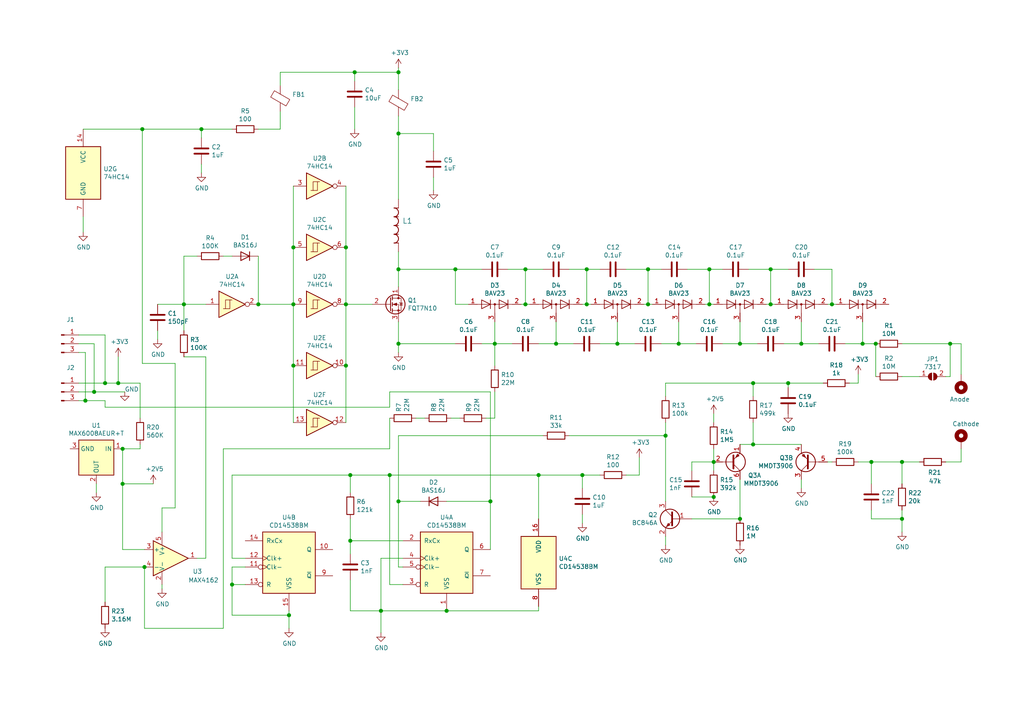
<source format=kicad_sch>
(kicad_sch (version 20201015) (generator eeschema)
  (paper "A4")
  (title_block (title "SafePulse") (date "2021-01-17") (rev "2.01") (company "SafeCast") (comment 1 "Double Sided Version"))
  (junction (at 24.765 116.205) (diameter 1.016))
  (junction (at 27.305 113.665) (diameter 1.016))
  (junction (at 30.48 111.125) (diameter 1.016))
  (junction (at 34.29 111.125) (diameter 1.016))
  (junction (at 35.56 130.175) (diameter 1.016))
  (junction (at 35.56 140.335) (diameter 1.016))
  (junction (at 41.275 37.465) (diameter 1.016))
  (junction (at 41.91 164.465) (diameter 1.016))
  (junction (at 53.34 88.265) (diameter 1.016))
  (junction (at 58.42 37.465) (diameter 1.016))
  (junction (at 67.31 169.545) (diameter 1.016))
  (junction (at 74.93 88.265) (diameter 1.016))
  (junction (at 83.82 178.435) (diameter 1.016))
  (junction (at 85.09 71.755) (diameter 1.016))
  (junction (at 85.09 88.265) (diameter 1.016))
  (junction (at 85.09 106.045) (diameter 1.016))
  (junction (at 100.33 71.755) (diameter 1.016))
  (junction (at 100.33 88.265) (diameter 1.016))
  (junction (at 100.33 106.045) (diameter 1.016))
  (junction (at 101.6 137.795) (diameter 1.016))
  (junction (at 101.6 156.845) (diameter 1.016))
  (junction (at 102.87 20.955) (diameter 1.016))
  (junction (at 110.49 177.165) (diameter 1.016))
  (junction (at 113.03 137.795) (diameter 1.016))
  (junction (at 115.57 20.955) (diameter 1.016))
  (junction (at 115.57 38.735) (diameter 1.016))
  (junction (at 115.57 78.105) (diameter 1.016))
  (junction (at 115.57 99.695) (diameter 1.016))
  (junction (at 115.57 145.415) (diameter 1.016))
  (junction (at 129.54 177.165) (diameter 1.016))
  (junction (at 132.08 78.105) (diameter 1.016))
  (junction (at 142.24 145.415) (diameter 1.016))
  (junction (at 143.51 99.695) (diameter 1.016))
  (junction (at 152.4 78.105) (diameter 1.016))
  (junction (at 152.4 88.265) (diameter 1.016))
  (junction (at 156.21 137.795) (diameter 1.016))
  (junction (at 161.29 99.695) (diameter 1.016))
  (junction (at 168.91 137.795) (diameter 1.016))
  (junction (at 170.18 78.105) (diameter 1.016))
  (junction (at 170.18 88.265) (diameter 1.016))
  (junction (at 179.07 99.695) (diameter 1.016))
  (junction (at 187.96 78.105) (diameter 1.016))
  (junction (at 187.96 88.265) (diameter 1.016))
  (junction (at 193.04 126.365) (diameter 1.016))
  (junction (at 196.85 99.695) (diameter 1.016))
  (junction (at 205.74 78.105) (diameter 1.016))
  (junction (at 205.74 88.265) (diameter 1.016))
  (junction (at 207.01 133.985) (diameter 1.016))
  (junction (at 207.01 144.145) (diameter 1.016))
  (junction (at 214.63 99.695) (diameter 1.016))
  (junction (at 214.63 150.495) (diameter 1.016))
  (junction (at 218.44 111.125) (diameter 1.016))
  (junction (at 218.44 128.905) (diameter 1.016))
  (junction (at 223.52 78.105) (diameter 1.016))
  (junction (at 223.52 88.265) (diameter 1.016))
  (junction (at 228.6 111.125) (diameter 1.016))
  (junction (at 232.41 99.695) (diameter 1.016))
  (junction (at 241.3 88.265) (diameter 1.016))
  (junction (at 250.19 99.695) (diameter 1.016))
  (junction (at 252.73 133.985) (diameter 1.016))
  (junction (at 254 99.695) (diameter 1.016))
  (junction (at 261.62 133.985) (diameter 1.016))
  (junction (at 261.62 150.495) (diameter 1.016))
  (junction (at 275.59 99.695) (diameter 1.016))
  (wire (pts (xy 22.86 97.155) (xy 30.48 97.155)))
  (wire (pts (xy 22.86 99.695) (xy 27.305 99.695)))
  (wire (pts (xy 22.86 102.235) (xy 24.765 102.235)))
  (wire (pts (xy 22.86 111.125) (xy 30.48 111.125)))
  (wire (pts (xy 22.86 113.665) (xy 27.305 113.665)))
  (wire (pts (xy 22.86 116.205) (xy 24.765 116.205)))
  (wire (pts (xy 24.13 37.465) (xy 41.275 37.465)))
  (wire (pts (xy 24.13 62.865) (xy 24.13 67.31)))
  (wire (pts (xy 24.765 102.235) (xy 24.765 116.205)))
  (wire (pts (xy 24.765 116.205) (xy 30.48 116.205)))
  (wire (pts (xy 27.305 99.695) (xy 27.305 113.665)))
  (wire (pts (xy 27.305 113.665) (xy 36.195 113.665)))
  (wire (pts (xy 27.94 142.875) (xy 27.94 140.335)))
  (wire (pts (xy 30.48 97.155) (xy 30.48 111.125)))
  (wire (pts (xy 30.48 111.125) (xy 34.29 111.125)))
  (wire (pts (xy 30.48 118.11) (xy 30.48 116.205)))
  (wire (pts (xy 30.48 118.11) (xy 113.03 118.11)))
  (wire (pts (xy 30.48 164.465) (xy 30.48 174.625)))
  (wire (pts (xy 34.29 103.505) (xy 34.29 111.125)))
  (wire (pts (xy 34.29 111.125) (xy 40.64 111.125)))
  (wire (pts (xy 35.56 130.175) (xy 35.56 140.335)))
  (wire (pts (xy 35.56 140.335) (xy 35.56 159.385)))
  (wire (pts (xy 40.64 111.125) (xy 40.64 121.285)))
  (wire (pts (xy 40.64 128.905) (xy 40.64 130.175)))
  (wire (pts (xy 40.64 130.175) (xy 35.56 130.175)))
  (wire (pts (xy 41.275 37.465) (xy 58.42 37.465)))
  (wire (pts (xy 41.275 105.41) (xy 41.275 37.465)))
  (wire (pts (xy 41.91 159.385) (xy 35.56 159.385)))
  (wire (pts (xy 41.91 164.465) (xy 30.48 164.465)))
  (wire (pts (xy 41.91 182.245) (xy 41.91 164.465)))
  (wire (pts (xy 44.45 140.335) (xy 35.56 140.335)))
  (wire (pts (xy 45.72 88.265) (xy 53.34 88.265)))
  (wire (pts (xy 45.72 95.885) (xy 45.72 98.425)))
  (wire (pts (xy 46.99 147.32) (xy 50.8 147.32)))
  (wire (pts (xy 46.99 154.305) (xy 46.99 147.32)))
  (wire (pts (xy 46.99 170.815) (xy 46.99 169.545)))
  (wire (pts (xy 50.8 105.41) (xy 41.275 105.41)))
  (wire (pts (xy 50.8 147.32) (xy 50.8 105.41)))
  (wire (pts (xy 53.34 74.295) (xy 53.34 88.265)))
  (wire (pts (xy 53.34 74.295) (xy 57.15 74.295)))
  (wire (pts (xy 53.34 88.265) (xy 53.34 95.885)))
  (wire (pts (xy 53.34 88.265) (xy 59.69 88.265)))
  (wire (pts (xy 57.15 161.925) (xy 59.69 161.925)))
  (wire (pts (xy 58.42 40.005) (xy 58.42 37.465)))
  (wire (pts (xy 58.42 50.165) (xy 58.42 47.625)))
  (wire (pts (xy 59.69 103.505) (xy 53.34 103.505)))
  (wire (pts (xy 59.69 161.925) (xy 59.69 103.505)))
  (wire (pts (xy 64.77 74.295) (xy 67.31 74.295)))
  (wire (pts (xy 64.77 130.175) (xy 64.77 182.245)))
  (wire (pts (xy 64.77 130.175) (xy 113.03 130.175)))
  (wire (pts (xy 64.77 182.245) (xy 41.91 182.245)))
  (wire (pts (xy 67.31 37.465) (xy 58.42 37.465)))
  (wire (pts (xy 67.31 137.795) (xy 67.31 161.925)))
  (wire (pts (xy 67.31 161.925) (xy 71.12 161.925)))
  (wire (pts (xy 67.31 164.465) (xy 67.31 169.545)))
  (wire (pts (xy 67.31 169.545) (xy 67.31 178.435)))
  (wire (pts (xy 67.31 178.435) (xy 83.82 178.435)))
  (wire (pts (xy 71.12 164.465) (xy 67.31 164.465)))
  (wire (pts (xy 71.12 169.545) (xy 67.31 169.545)))
  (wire (pts (xy 74.93 37.465) (xy 81.28 37.465)))
  (wire (pts (xy 74.93 74.295) (xy 74.93 88.265)))
  (wire (pts (xy 74.93 88.265) (xy 85.09 88.265)))
  (wire (pts (xy 81.28 20.955) (xy 102.87 20.955)))
  (wire (pts (xy 81.28 24.765) (xy 81.28 20.955)))
  (wire (pts (xy 81.28 37.465) (xy 81.28 32.385)))
  (wire (pts (xy 83.82 178.435) (xy 83.82 177.165)))
  (wire (pts (xy 83.82 182.245) (xy 83.82 178.435)))
  (wire (pts (xy 85.09 53.975) (xy 85.09 71.755)))
  (wire (pts (xy 85.09 71.755) (xy 85.09 88.265)))
  (wire (pts (xy 85.09 88.265) (xy 85.09 106.045)))
  (wire (pts (xy 85.09 106.045) (xy 85.09 122.555)))
  (wire (pts (xy 100.33 53.975) (xy 100.33 71.755)))
  (wire (pts (xy 100.33 71.755) (xy 100.33 88.265)))
  (wire (pts (xy 100.33 88.265) (xy 100.33 106.045)))
  (wire (pts (xy 100.33 88.265) (xy 107.95 88.265)))
  (wire (pts (xy 100.33 106.045) (xy 100.33 122.555)))
  (wire (pts (xy 101.6 137.795) (xy 67.31 137.795)))
  (wire (pts (xy 101.6 142.875) (xy 101.6 137.795)))
  (wire (pts (xy 101.6 150.495) (xy 101.6 156.845)))
  (wire (pts (xy 101.6 156.845) (xy 101.6 160.655)))
  (wire (pts (xy 101.6 168.275) (xy 101.6 177.165)))
  (wire (pts (xy 101.6 177.165) (xy 110.49 177.165)))
  (wire (pts (xy 102.87 20.955) (xy 115.57 20.955)))
  (wire (pts (xy 102.87 23.495) (xy 102.87 20.955)))
  (wire (pts (xy 102.87 31.115) (xy 102.87 37.465)))
  (wire (pts (xy 110.49 161.925) (xy 110.49 177.165)))
  (wire (pts (xy 110.49 177.165) (xy 110.49 183.515)))
  (wire (pts (xy 110.49 177.165) (xy 129.54 177.165)))
  (wire (pts (xy 113.03 113.665) (xy 142.24 113.665)))
  (wire (pts (xy 113.03 118.11) (xy 113.03 113.665)))
  (wire (pts (xy 113.03 130.175) (xy 113.03 121.285)))
  (wire (pts (xy 113.03 137.795) (xy 101.6 137.795)))
  (wire (pts (xy 113.03 137.795) (xy 156.21 137.795)))
  (wire (pts (xy 113.03 169.545) (xy 113.03 137.795)))
  (wire (pts (xy 115.57 20.955) (xy 115.57 19.685)))
  (wire (pts (xy 115.57 26.035) (xy 115.57 20.955)))
  (wire (pts (xy 115.57 33.655) (xy 115.57 38.735)))
  (wire (pts (xy 115.57 38.735) (xy 115.57 57.785)))
  (wire (pts (xy 115.57 73.025) (xy 115.57 78.105)))
  (wire (pts (xy 115.57 78.105) (xy 132.08 78.105)))
  (wire (pts (xy 115.57 83.185) (xy 115.57 78.105)))
  (wire (pts (xy 115.57 93.345) (xy 115.57 99.695)))
  (wire (pts (xy 115.57 99.695) (xy 132.08 99.695)))
  (wire (pts (xy 115.57 102.235) (xy 115.57 99.695)))
  (wire (pts (xy 115.57 126.365) (xy 157.48 126.365)))
  (wire (pts (xy 115.57 145.415) (xy 115.57 126.365)))
  (wire (pts (xy 115.57 145.415) (xy 121.92 145.415)))
  (wire (pts (xy 115.57 164.465) (xy 115.57 145.415)))
  (wire (pts (xy 116.84 156.845) (xy 101.6 156.845)))
  (wire (pts (xy 116.84 161.925) (xy 110.49 161.925)))
  (wire (pts (xy 116.84 164.465) (xy 115.57 164.465)))
  (wire (pts (xy 116.84 169.545) (xy 113.03 169.545)))
  (wire (pts (xy 120.65 121.285) (xy 123.19 121.285)))
  (wire (pts (xy 125.73 38.735) (xy 115.57 38.735)))
  (wire (pts (xy 125.73 43.815) (xy 125.73 38.735)))
  (wire (pts (xy 125.73 55.245) (xy 125.73 51.435)))
  (wire (pts (xy 129.54 145.415) (xy 142.24 145.415)))
  (wire (pts (xy 129.54 177.165) (xy 156.21 177.165)))
  (wire (pts (xy 130.81 121.285) (xy 133.35 121.285)))
  (wire (pts (xy 132.08 78.105) (xy 132.08 88.265)))
  (wire (pts (xy 135.89 88.265) (xy 132.08 88.265)))
  (wire (pts (xy 139.7 78.105) (xy 132.08 78.105)))
  (wire (pts (xy 139.7 99.695) (xy 143.51 99.695)))
  (wire (pts (xy 140.97 121.285) (xy 143.51 121.285)))
  (wire (pts (xy 142.24 113.665) (xy 142.24 145.415)))
  (wire (pts (xy 142.24 145.415) (xy 142.24 159.385)))
  (wire (pts (xy 143.51 93.345) (xy 143.51 99.695)))
  (wire (pts (xy 143.51 99.695) (xy 148.59 99.695)))
  (wire (pts (xy 143.51 106.045) (xy 143.51 99.695)))
  (wire (pts (xy 143.51 113.665) (xy 143.51 121.285)))
  (wire (pts (xy 151.13 88.265) (xy 152.4 88.265)))
  (wire (pts (xy 152.4 78.105) (xy 147.32 78.105)))
  (wire (pts (xy 152.4 88.265) (xy 152.4 78.105)))
  (wire (pts (xy 152.4 88.265) (xy 153.67 88.265)))
  (wire (pts (xy 156.21 99.695) (xy 161.29 99.695)))
  (wire (pts (xy 156.21 137.795) (xy 168.91 137.795)))
  (wire (pts (xy 156.21 150.495) (xy 156.21 137.795)))
  (wire (pts (xy 156.21 177.165) (xy 156.21 175.895)))
  (wire (pts (xy 157.48 78.105) (xy 152.4 78.105)))
  (wire (pts (xy 161.29 93.345) (xy 161.29 99.695)))
  (wire (pts (xy 161.29 99.695) (xy 166.37 99.695)))
  (wire (pts (xy 165.1 78.105) (xy 170.18 78.105)))
  (wire (pts (xy 165.1 126.365) (xy 193.04 126.365)))
  (wire (pts (xy 168.91 88.265) (xy 170.18 88.265)))
  (wire (pts (xy 168.91 137.795) (xy 173.99 137.795)))
  (wire (pts (xy 168.91 141.605) (xy 168.91 137.795)))
  (wire (pts (xy 168.91 149.225) (xy 168.91 151.765)))
  (wire (pts (xy 170.18 78.105) (xy 173.99 78.105)))
  (wire (pts (xy 170.18 88.265) (xy 170.18 78.105)))
  (wire (pts (xy 170.18 88.265) (xy 171.45 88.265)))
  (wire (pts (xy 173.99 99.695) (xy 179.07 99.695)))
  (wire (pts (xy 179.07 93.345) (xy 179.07 99.695)))
  (wire (pts (xy 179.07 99.695) (xy 184.15 99.695)))
  (wire (pts (xy 181.61 78.105) (xy 187.96 78.105)))
  (wire (pts (xy 181.61 137.795) (xy 185.42 137.795)))
  (wire (pts (xy 185.42 137.795) (xy 185.42 132.715)))
  (wire (pts (xy 186.69 88.265) (xy 187.96 88.265)))
  (wire (pts (xy 187.96 78.105) (xy 191.77 78.105)))
  (wire (pts (xy 187.96 88.265) (xy 187.96 78.105)))
  (wire (pts (xy 187.96 88.265) (xy 189.23 88.265)))
  (wire (pts (xy 191.77 99.695) (xy 196.85 99.695)))
  (wire (pts (xy 193.04 111.125) (xy 193.04 114.935)))
  (wire (pts (xy 193.04 111.125) (xy 218.44 111.125)))
  (wire (pts (xy 193.04 122.555) (xy 193.04 126.365)))
  (wire (pts (xy 193.04 126.365) (xy 193.04 145.415)))
  (wire (pts (xy 193.04 158.115) (xy 193.04 155.575)))
  (wire (pts (xy 196.85 93.345) (xy 196.85 99.695)))
  (wire (pts (xy 196.85 99.695) (xy 201.93 99.695)))
  (wire (pts (xy 199.39 78.105) (xy 205.74 78.105)))
  (wire (pts (xy 200.66 133.985) (xy 207.01 133.985)))
  (wire (pts (xy 200.66 136.525) (xy 200.66 133.985)))
  (wire (pts (xy 200.66 144.145) (xy 207.01 144.145)))
  (wire (pts (xy 200.66 150.495) (xy 214.63 150.495)))
  (wire (pts (xy 204.47 88.265) (xy 205.74 88.265)))
  (wire (pts (xy 205.74 78.105) (xy 209.55 78.105)))
  (wire (pts (xy 205.74 88.265) (xy 205.74 78.105)))
  (wire (pts (xy 205.74 88.265) (xy 207.01 88.265)))
  (wire (pts (xy 207.01 120.015) (xy 207.01 122.555)))
  (wire (pts (xy 207.01 130.175) (xy 207.01 133.985)))
  (wire (pts (xy 207.01 133.985) (xy 207.01 136.525)))
  (wire (pts (xy 209.55 99.695) (xy 214.63 99.695)))
  (wire (pts (xy 214.63 93.345) (xy 214.63 99.695)))
  (wire (pts (xy 214.63 99.695) (xy 219.71 99.695)))
  (wire (pts (xy 214.63 128.905) (xy 218.44 128.905)))
  (wire (pts (xy 214.63 139.065) (xy 214.63 150.495)))
  (wire (pts (xy 217.17 78.105) (xy 223.52 78.105)))
  (wire (pts (xy 218.44 111.125) (xy 218.44 114.935)))
  (wire (pts (xy 218.44 111.125) (xy 228.6 111.125)))
  (wire (pts (xy 218.44 122.555) (xy 218.44 128.905)))
  (wire (pts (xy 218.44 128.905) (xy 232.41 128.905)))
  (wire (pts (xy 222.25 88.265) (xy 223.52 88.265)))
  (wire (pts (xy 223.52 78.105) (xy 228.6 78.105)))
  (wire (pts (xy 223.52 88.265) (xy 223.52 78.105)))
  (wire (pts (xy 223.52 88.265) (xy 224.79 88.265)))
  (wire (pts (xy 227.33 99.695) (xy 232.41 99.695)))
  (wire (pts (xy 228.6 111.125) (xy 228.6 112.395)))
  (wire (pts (xy 228.6 111.125) (xy 238.76 111.125)))
  (wire (pts (xy 232.41 93.345) (xy 232.41 99.695)))
  (wire (pts (xy 232.41 99.695) (xy 237.49 99.695)))
  (wire (pts (xy 232.41 141.605) (xy 232.41 139.065)))
  (wire (pts (xy 236.22 78.105) (xy 241.3 78.105)))
  (wire (pts (xy 240.03 88.265) (xy 241.3 88.265)))
  (wire (pts (xy 240.03 133.985) (xy 241.3 133.985)))
  (wire (pts (xy 241.3 78.105) (xy 241.3 88.265)))
  (wire (pts (xy 241.3 88.265) (xy 242.57 88.265)))
  (wire (pts (xy 245.11 99.695) (xy 250.19 99.695)))
  (wire (pts (xy 246.38 111.125) (xy 248.92 111.125)))
  (wire (pts (xy 248.92 111.125) (xy 248.92 108.585)))
  (wire (pts (xy 248.92 133.985) (xy 252.73 133.985)))
  (wire (pts (xy 250.19 93.345) (xy 250.19 99.695)))
  (wire (pts (xy 250.19 99.695) (xy 254 99.695)))
  (wire (pts (xy 252.73 133.985) (xy 252.73 140.335)))
  (wire (pts (xy 252.73 133.985) (xy 261.62 133.985)))
  (wire (pts (xy 252.73 147.955) (xy 252.73 150.495)))
  (wire (pts (xy 252.73 150.495) (xy 261.62 150.495)))
  (wire (pts (xy 254 109.22) (xy 254 99.695)))
  (wire (pts (xy 261.62 99.695) (xy 275.59 99.695)))
  (wire (pts (xy 261.62 109.22) (xy 266.7 109.22)))
  (wire (pts (xy 261.62 133.985) (xy 261.62 140.335)))
  (wire (pts (xy 261.62 133.985) (xy 266.7 133.985)))
  (wire (pts (xy 261.62 147.955) (xy 261.62 150.495)))
  (wire (pts (xy 261.62 150.495) (xy 261.62 154.305)))
  (wire (pts (xy 274.32 109.22) (xy 275.59 109.22)))
  (wire (pts (xy 274.32 133.985) (xy 278.765 133.985)))
  (wire (pts (xy 275.59 99.695) (xy 278.765 99.695)))
  (wire (pts (xy 275.59 109.22) (xy 275.59 99.695)))
  (wire (pts (xy 278.765 99.695) (xy 278.765 108.585)))
  (wire (pts (xy 278.765 133.985) (xy 278.765 130.175)))
  (symbol (lib_id "power:+3.3V") (at 34.29 103.505 0) (unit 1)
    (property "Reference" "#PWR04" (effects hide))
    (property "Value" "+3.3V" (at 34.671 99.1108 0))
  )
  (symbol (lib_id "power:+2V5") (at 44.45 140.335 0) (unit 1)
    (property "Reference" "#PWR08" (effects hide))
    (property "Value" "+2V5" (at 44.8183 136.0106 0))
  )
  (symbol (lib_id "power:+3.3V") (at 115.57 19.685 0) (unit 1)
    (property "Reference" "#PWR013" (effects hide))
    (property "Value" "+3.3V" (at 115.951 15.2908 0))
  )
  (symbol (lib_id "power:+3.3V") (at 185.42 132.715 0) (unit 1)
    (property "Reference" "#PWR017" (effects hide))
    (property "Value" "+3.3V" (at 185.801 128.3208 0))
  )
  (symbol (lib_id "power:+2V5") (at 207.01 120.015 0) (unit 1)
    (property "Reference" "#PWR019" (effects hide))
    (property "Value" "+2V5" (at 207.3783 115.6906 0))
  )
  (symbol (lib_id "power:+3V3") (at 248.92 108.585 0) (unit 1)
    (property "Reference" "#PWR024" (effects hide))
    (property "Value" "+3V3" (at 249.2883 104.2606 0))
  )
  (symbol (lib_id "power:GND") (at 24.13 67.31 0) (unit 1)
    (property "Reference" "#PWR03" (effects hide))
    (property "Value" "GND" (at 24.257 71.7042 0))
  )
  (symbol (lib_id "power:GND") (at 27.94 142.875 0) (unit 1)
    (property "Reference" "#PWR01" (effects hide))
    (property "Value" "GND" (at 28.067 147.2692 0))
  )
  (symbol (lib_id "power:GND") (at 30.48 182.245 0) (unit 1)
    (property "Reference" "#PWR02" (effects hide))
    (property "Value" "GND" (at 30.607 186.6392 0))
  )
  (symbol (lib_id "power:GND") (at 36.195 113.665 0) (unit 1)
    (property "Reference" "#PWR05" (effects hide))
    (property "Value" "GND" (at 38.2143 112.9094 0))
  )
  (symbol (lib_id "power:GND") (at 45.72 98.425 0) (unit 1)
    (property "Reference" "#PWR06" (effects hide))
    (property "Value" "GND" (at 45.847 102.8192 0))
  )
  (symbol (lib_id "power:GND") (at 46.99 170.815 0) (unit 1)
    (property "Reference" "#PWR07" (effects hide))
    (property "Value" "GND" (at 47.117 175.2092 0))
  )
  (symbol (lib_id "power:GND") (at 58.42 50.165 0) (unit 1)
    (property "Reference" "#PWR09" (effects hide))
    (property "Value" "GND" (at 58.547 54.5592 0))
  )
  (symbol (lib_id "power:GND") (at 83.82 182.245 0) (unit 1)
    (property "Reference" "#PWR010" (effects hide))
    (property "Value" "GND" (at 83.947 186.6392 0))
  )
  (symbol (lib_id "power:GND") (at 102.87 37.465 0) (unit 1)
    (property "Reference" "#PWR011" (effects hide))
    (property "Value" "GND" (at 102.997 41.8592 0))
  )
  (symbol (lib_id "power:GND") (at 110.49 183.515 0) (unit 1)
    (property "Reference" "#PWR012" (effects hide))
    (property "Value" "GND" (at 110.617 187.9092 0))
  )
  (symbol (lib_id "power:GND") (at 115.57 102.235 0) (unit 1)
    (property "Reference" "#PWR014" (effects hide))
    (property "Value" "GND" (at 115.697 106.6292 0))
  )
  (symbol (lib_id "power:GND") (at 125.73 55.245 0) (unit 1)
    (property "Reference" "#PWR015" (effects hide))
    (property "Value" "GND" (at 125.857 59.6392 0))
  )
  (symbol (lib_id "power:GND") (at 168.91 151.765 0) (unit 1)
    (property "Reference" "#PWR016" (effects hide))
    (property "Value" "GND" (at 169.037 156.1592 0))
  )
  (symbol (lib_id "power:GND") (at 193.04 158.115 0) (unit 1)
    (property "Reference" "#PWR018" (effects hide))
    (property "Value" "GND" (at 193.167 162.5092 0))
  )
  (symbol (lib_id "power:GND") (at 207.01 144.145 0) (unit 1)
    (property "Reference" "#PWR020" (effects hide))
    (property "Value" "GND" (at 207.1243 148.4694 0))
  )
  (symbol (lib_id "power:GND") (at 214.63 158.115 0) (unit 1)
    (property "Reference" "#PWR021" (effects hide))
    (property "Value" "GND" (at 214.7443 162.4394 0))
  )
  (symbol (lib_id "power:GND") (at 228.6 120.015 0) (unit 1)
    (property "Reference" "#PWR022" (effects hide))
    (property "Value" "GND" (at 228.7143 124.3394 0))
  )
  (symbol (lib_id "power:GND") (at 232.41 141.605 0) (unit 1)
    (property "Reference" "#PWR023" (effects hide))
    (property "Value" "GND" (at 232.537 145.9992 0))
  )
  (symbol (lib_id "power:GND") (at 261.62 154.305 0) (unit 1)
    (property "Reference" "#PWR025" (effects hide))
    (property "Value" "GND" (at 261.7343 158.6294 0))
  )
  (symbol (lib_id "Device:R") (at 30.48 178.435 0) (unit 1)
    (property "Reference" "R23" (at 32.258 177.267 0) (effects (justify left)))
    (property "Value" "3.16M" (at 32.258 179.578 0) (effects (justify left)))
    (property "Footprint" "Resistor_SMD:R_0805_2012Metric" (effects hide))
    (property "Datasheet" "https://www.digikey.com/en/products/detail/yageo/RC0805FR-073M16L/727809" (effects hide))
  )
  (symbol (lib_id "Device:R") (at 40.64 125.095 0) (unit 1)
    (property "Reference" "R20" (at 42.418 123.927 0) (effects (justify left)))
    (property "Value" "560K" (at 42.418 126.238 0) (effects (justify left)))
    (property "Footprint" "Resistor_SMD:R_0805_2012Metric" (effects hide))
    (property "Datasheet" "https://www.digikey.com/en/products/detail/yageo/RT0805FRE07560KL/1079317" (effects hide))
  )
  (symbol (lib_id "Device:R") (at 53.34 99.695 0) (unit 1)
    (property "Reference" "R3" (at 55.118 98.5266 0) (effects (justify left)))
    (property "Value" "100K" (at 55.118 100.838 0) (effects (justify left)))
    (property "Footprint" "Resistor_SMD:R_0805_2012Metric" (effects hide))
    (property "Datasheet" "https://www.digikey.com/en/products/detail/stackpole-electronics-inc/RMCF0805FT100K/1760712" (effects hide))
  )
  (symbol (lib_id "Device:R") (at 60.96 74.295 90) (unit 1)
    (property "Reference" "R4" (at 60.96 69.0372 90))
    (property "Value" "100K" (at 60.96 71.3486 90))
    (property "Footprint" "Resistor_SMD:R_0805_2012Metric" (effects hide))
    (property "Datasheet" "https://www.digikey.com/en/products/detail/stackpole-electronics-inc/RMCF0805FT100K/1760712" (effects hide))
  )
  (symbol (lib_id "Device:R") (at 71.12 37.465 90) (unit 1)
    (property "Reference" "R5" (at 71.12 32.2072 90))
    (property "Value" "100" (at 71.12 34.519 90))
    (property "Footprint" "Resistor_SMD:R_0805_2012Metric" (effects hide))
    (property "Datasheet" "https://www.digikey.com/en/products/detail/te-connectivity-passive-product/CRG0805F100R/2380830" (effects hide))
  )
  (symbol (lib_id "Device:R") (at 101.6 146.685 0) (unit 1)
    (property "Reference" "R6" (at 103.378 145.5166 0) (effects (justify left)))
    (property "Value" "121k" (at 103.378 147.828 0) (effects (justify left)))
    (property "Footprint" "Resistor_SMD:R_0805_2012Metric" (effects hide))
    (property "Datasheet" "https://www.digikey.com/en/products/detail/koa-speer-electronics-inc/RK73H2ATTD1213F/10235721" (effects hide))
  )
  (symbol (lib_id "Device:R") (at 116.84 121.285 90) (unit 1)
    (property "Reference" "R7" (at 115.6716 119.507 0) (effects (justify left)))
    (property "Value" "22M" (at 117.983 119.507 0) (effects (justify left)))
    (property "Footprint" "Resistor_SMD:R_0805_2012Metric" (effects hide))
    (property "Datasheet" "https://www.digikey.com/en/products/detail/stackpole-electronics-inc/RMCF0805FT22M0/6053747" (effects hide))
  )
  (symbol (lib_id "Device:R") (at 127 121.285 90) (unit 1)
    (property "Reference" "R8" (at 125.8316 119.507 0) (effects (justify left)))
    (property "Value" "22M" (at 128.143 119.507 0) (effects (justify left)))
    (property "Footprint" "Resistor_SMD:R_0805_2012Metric" (effects hide))
    (property "Datasheet" "https://www.digikey.com/en/products/detail/stackpole-electronics-inc/RMCF0805FT22M0/6053747" (effects hide))
  )
  (symbol (lib_id "Device:R") (at 137.16 121.285 90) (unit 1)
    (property "Reference" "R9" (at 135.9916 119.507 0) (effects (justify left)))
    (property "Value" "22M" (at 138.303 119.507 0) (effects (justify left)))
    (property "Footprint" "Resistor_SMD:R_0805_2012Metric" (effects hide))
    (property "Datasheet" "https://www.digikey.com/en/products/detail/stackpole-electronics-inc/RMCF0805FT22M0/6053747" (effects hide))
  )
  (symbol (lib_id "Device:R") (at 143.51 109.855 0) (unit 1)
    (property "Reference" "R10" (at 145.288 108.6866 0) (effects (justify left)))
    (property "Value" "22M" (at 145.288 110.998 0) (effects (justify left)))
    (property "Footprint" "Resistor_SMD:R_0805_2012Metric" (effects hide))
    (property "Datasheet" "https://www.digikey.com/en/products/detail/stackpole-electronics-inc/RMCF0805FT22M0/6053747" (effects hide))
  )
  (symbol (lib_id "Device:R") (at 161.29 126.365 90) (unit 1)
    (property "Reference" "R11" (at 161.29 121.1072 90))
    (property "Value" "33k" (at 161.29 123.4186 90))
    (property "Footprint" "Resistor_SMD:R_0805_2012Metric" (effects hide))
    (property "Datasheet" "https://www.digikey.com/en/products/detail/te-connectivity-passive-product/CRGCQ0805F33K/8576369" (effects hide))
  )
  (symbol (lib_id "Device:R") (at 177.8 137.795 270) (unit 1)
    (property "Reference" "R12" (at 177.8 132.5372 90))
    (property "Value" "100" (at 177.8 134.8486 90))
    (property "Footprint" "Resistor_SMD:R_0805_2012Metric" (effects hide))
    (property "Datasheet" "https://www.digikey.com/en/products/detail/te-connectivity-passive-product/CRG0805F100R/2380830" (effects hide))
  )
  (symbol (lib_id "Device:R") (at 193.04 118.745 0) (unit 1)
    (property "Reference" "R13" (at 194.8181 117.5956 0) (effects (justify left)))
    (property "Value" "100k" (at 194.818 119.894 0) (effects (justify left)))
    (property "Footprint" "Resistor_SMD:R_0805_2012Metric" (effects hide))
    (property "Datasheet" "https://www.digikey.com/en/products/detail/stackpole-electronics-inc/RMCF0805FT100K/1760712" (effects hide))
  )
  (symbol (lib_id "Device:R") (at 207.01 126.365 0) (unit 1)
    (property "Reference" "R14" (at 208.7881 125.2156 0) (effects (justify left)))
    (property "Value" "1M5" (at 208.788 127.514 0) (effects (justify left)))
    (property "Footprint" "Resistor_SMD:R_0805_2012Metric" (effects hide))
    (property "Datasheet" "https://www.digikey.com/en/products/detail/vishay-dale/CRCW08051M50FKEA/1176034" (effects hide))
  )
  (symbol (lib_id "Device:R") (at 207.01 140.335 0) (unit 1)
    (property "Reference" "R15" (at 208.7881 139.1856 0) (effects (justify left)))
    (property "Value" "392k" (at 208.788 141.484 0) (effects (justify left)))
    (property "Footprint" "Resistor_SMD:R_0805_2012Metric" (effects hide))
    (property "Datasheet" "https://www.digikey.com/en/products/detail/yageo/RC0805FR-07392KL/727905" (effects hide))
  )
  (symbol (lib_id "Device:R") (at 214.63 154.305 0) (unit 1)
    (property "Reference" "R16" (at 216.4081 153.1556 0) (effects (justify left)))
    (property "Value" "1M" (at 216.408 155.454 0) (effects (justify left)))
    (property "Footprint" "Resistor_SMD:R_0805_2012Metric" (effects hide))
    (property "Datasheet" "https://www.digikey.com/en/products/detail/yageo/RT0805FRE071ML/1079056" (effects hide))
  )
  (symbol (lib_id "Device:R") (at 218.44 118.745 0) (unit 1)
    (property "Reference" "R17" (at 220.2181 117.5956 0) (effects (justify left)))
    (property "Value" "499k" (at 220.218 119.894 0) (effects (justify left)))
    (property "Footprint" "Resistor_SMD:R_0805_2012Metric" (effects hide))
    (property "Datasheet" "https://www.digikey.com/en/products/detail/stackpole-electronics-inc/RMCF0805FT499K/1760301" (effects hide))
  )
  (symbol (lib_id "Device:R") (at 242.57 111.125 90) (unit 1)
    (property "Reference" "R18" (at 242.57 105.8988 90))
    (property "Value" "1k" (at 242.57 108.197 90))
    (property "Footprint" "Resistor_SMD:R_0805_2012Metric" (effects hide))
    (property "Datasheet" "https://www.digikey.com/en/products/detail/yageo/RT0805FRE071KL/1079055" (effects hide))
  )
  (symbol (lib_id "Device:R") (at 245.11 133.985 90) (unit 1)
    (property "Reference" "R19" (at 245.11 128.7588 90))
    (property "Value" "100k" (at 245.11 131.058 90))
    (property "Footprint" "Resistor_SMD:R_0805_2012Metric" (effects hide))
    (property "Datasheet" "https://www.digikey.com/en/products/detail/stackpole-electronics-inc/RMCF0805FT100K/1760712" (effects hide))
  )
  (symbol (lib_id "Device:R") (at 257.81 99.695 90) (unit 1)
    (property "Reference" "R1" (at 257.81 94.437 90))
    (property "Value" "10M" (at 257.81 96.749 90))
    (property "Footprint" "Resistor_SMD:R_1206_3216Metric" (effects hide))
    (property "Datasheet" "https://www.digikey.com/en/products/detail/yageo/RC1206FR-0710ML/728484" (effects hide))
  )
  (symbol (lib_id "Device:R") (at 257.81 109.22 90) (unit 1)
    (property "Reference" "R2" (at 257.81 103.962 90))
    (property "Value" "10M" (at 257.81 106.274 90))
    (property "Footprint" "Resistor_SMD:R_1206_3216Metric" (effects hide))
    (property "Datasheet" "https://www.digikey.com/en/products/detail/yageo/RC1206FR-0710ML/728484" (effects hide))
  )
  (symbol (lib_id "Device:R") (at 261.62 144.145 0) (unit 1)
    (property "Reference" "R22" (at 263.3981 142.9956 0) (effects (justify left)))
    (property "Value" "20k" (at 263.398 145.294 0) (effects (justify left)))
    (property "Footprint" "Resistor_SMD:R_0805_2012Metric" (effects hide))
    (property "Datasheet" "https://www.digikey.com/en/products/detail/panasonic-electronic-components/ERJ-6ENF2002V/111532" (effects hide))
  )
  (symbol (lib_id "Device:R") (at 270.51 133.985 270) (unit 1)
    (property "Reference" "R21" (at 269.1194 137.0331 90) (effects (justify left)))
    (property "Value" "47k" (at 269.361 139.573 90) (effects (justify left)))
    (property "Footprint" "Resistor_SMD:R_0805_2012Metric" (effects hide))
    (property "Datasheet" "https://www.digikey.com/en/products/detail/yageo/RC0805FR-0747KL/727973" (effects hide))
  )
  (symbol (lib_id "Jumper:SolderJumper_2_Open") (at 270.51 109.22 0) (unit 1)
    (property "Reference" "JP1" (at 270.51 104.1208 0))
    (property "Value" "7317" (at 270.51 106.42 0))
    (property "Footprint" "Jumper:SolderJumper-2_P1.3mm_Open_RoundedPad1.0x1.5mm" (effects hide))
  )
  (symbol (lib_id "Mechanical:MountingHole_Pad") (at 278.765 111.125 180) (unit 1)
    (property "Reference" "H2" (effects hide))
    (property "Value" "Anode" (at 281.305 115.818 0) (effects (justify left)))
    (property "Footprint" "TestPoint:TestPoint_Loop_D3.80mm_Drill2.0mm" (effects hide))
  )
  (symbol (lib_id "Mechanical:MountingHole_Pad") (at 278.765 127.635 0) (unit 1)
    (property "Reference" "H1" (effects hide))
    (property "Value" "Cathode" (at 276.225 122.942 0) (effects (justify left)))
    (property "Footprint" "TestPoint:TestPoint_Loop_D3.80mm_Drill2.0mm" (effects hide))
  )
  (symbol (lib_id "Diode:1N4148W") (at 71.12 74.295 180) (unit 1)
    (property "Reference" "D1" (at 71.12 68.7832 0))
    (property "Value" "BAS16J" (at 71.12 71.095 0))
    (property "Footprint" "Diode_SMD:D_SOD-323F" (effects hide))
    (property "Datasheet" "https://www.digikey.com/en/products/detail/nexperia-usa-inc/BAS16J135/2405996" (effects hide))
  )
  (symbol (lib_id "Diode:1N4148W") (at 125.73 145.415 0) (unit 1)
    (property "Reference" "D2" (at 125.73 139.9032 0))
    (property "Value" "BAS16J" (at 125.73 142.2146 0))
    (property "Footprint" "Diode_SMD:D_SOD-323F" (effects hide))
    (property "Datasheet" "https://www.digikey.com/en/products/detail/nexperia-usa-inc/BAS16J135/2405996" (effects hide))
  )
  (symbol (lib_id "2021-01-06_02-33-04:NRS6020T2R2NMGJ") (at 115.57 73.025 90) (unit 1)
    (property "Reference" "L1" (at 116.6876 64.0588 90) (effects (font (size 1.524 1.524)) (justify right)))
    (property "Value" "NRS6020T2R2NMGJ" (effects hide))
    (property "Footprint" "Inductor_SMD:L_Taiyo-Yuden_MD-4040" (effects hide))
    (property "Datasheet" "https://www.digikey.com/en/products/detail/taiyo-yuden/NRS6020T2R2NMGJ/2665967" (effects hide))
  )
  (symbol (lib_id "Device:C") (at 45.72 92.075 0) (unit 1)
    (property "Reference" "C1" (at 48.641 90.9066 0) (effects (justify left)))
    (property "Value" "150pF" (at 48.641 93.218 0) (effects (justify left)))
    (property "Footprint" "Capacitor_SMD:C_0805_2012Metric" (effects hide))
    (property "Datasheet" "https://www.digikey.com/en/products/detail/w%C3%BCrth-elektronik/885012207111/9346002" (effects hide))
  )
  (symbol (lib_id "Device:C") (at 58.42 43.815 0) (unit 1)
    (property "Reference" "C2" (at 61.341 42.6466 0) (effects (justify left)))
    (property "Value" "1uF" (at 61.341 44.958 0) (effects (justify left)))
    (property "Footprint" "Capacitor_SMD:C_0805_2012Metric" (effects hide))
    (property "Datasheet" "https://www.digikey.com/en/products/detail/samsung-electro-mechanics/CL21B105KOFNNNG/3894469" (effects hide))
  )
  (symbol (lib_id "Device:C") (at 101.6 164.465 0) (unit 1)
    (property "Reference" "C3" (at 104.521 163.2966 0) (effects (justify left)))
    (property "Value" "1nF" (at 104.521 165.608 0) (effects (justify left)))
    (property "Footprint" "Capacitor_SMD:C_0805_2012Metric" (effects hide))
    (property "Datasheet" "https://www.digikey.com/en/products/detail/tdk-corporation/C1005X7R1H102K050BA/513719" (effects hide))
  )
  (symbol (lib_id "Device:C") (at 102.87 27.305 0) (unit 1)
    (property "Reference" "C4" (at 105.791 26.1366 0) (effects (justify left)))
    (property "Value" "10uF" (at 105.791 28.448 0) (effects (justify left)))
    (property "Footprint" "Capacitor_SMD:C_1210_3225Metric" (effects hide))
    (property "Datasheet" "https://www.digikey.com/en/products/detail/taiyo-yuden/EMK325BJ106KN-T/930729" (effects hide))
  )
  (symbol (lib_id "Device:C") (at 125.73 47.625 0) (unit 1)
    (property "Reference" "C5" (at 128.651 46.4566 0) (effects (justify left)))
    (property "Value" "1uF" (at 128.651 48.768 0) (effects (justify left)))
    (property "Footprint" "Capacitor_SMD:C_0805_2012Metric" (effects hide))
    (property "Datasheet" "https://www.digikey.com/en/products/detail/samsung-electro-mechanics/CL21B105KOFNNNG/3894469" (effects hide))
  )
  (symbol (lib_id "Device:C") (at 135.89 99.695 90) (unit 1)
    (property "Reference" "C6" (at 135.89 93.2942 90))
    (property "Value" "0.1uF" (at 135.89 95.6056 90))
    (property "Footprint" "Capacitor_SMD:C_0805_2012Metric" (effects hide))
    (property "Datasheet" "https://www.digikey.com/en/products/detail/tdk-corporation/C2012X7T2E104K125AA/2733184" (effects hide))
  )
  (symbol (lib_id "Device:C") (at 143.51 78.105 90) (unit 1)
    (property "Reference" "C7" (at 143.51 71.7042 90))
    (property "Value" "0.1uF" (at 143.51 74.0156 90))
    (property "Footprint" "Capacitor_SMD:C_0805_2012Metric" (effects hide))
    (property "Datasheet" "https://www.digikey.com/en/products/detail/tdk-corporation/C2012X7T2E104K125AA/2733184" (effects hide))
  )
  (symbol (lib_id "Device:C") (at 152.4 99.695 90) (unit 1)
    (property "Reference" "C8" (at 152.4 93.2942 90))
    (property "Value" "0.1uF" (at 152.4 95.6056 90))
    (property "Footprint" "Capacitor_SMD:C_0805_2012Metric" (effects hide))
    (property "Datasheet" "https://www.digikey.com/en/products/detail/tdk-corporation/C2012X7T2E104K125AA/2733184" (effects hide))
  )
  (symbol (lib_id "Device:C") (at 161.29 78.105 90) (unit 1)
    (property "Reference" "C9" (at 161.29 71.7042 90))
    (property "Value" "0.1uF" (at 161.29 74.0156 90))
    (property "Footprint" "Capacitor_SMD:C_0805_2012Metric" (effects hide))
    (property "Datasheet" "https://www.digikey.com/en/products/detail/tdk-corporation/C2012X7T2E104K125AA/2733184" (effects hide))
  )
  (symbol (lib_id "Device:C") (at 168.91 145.415 0) (unit 1)
    (property "Reference" "C10" (at 171.831 144.2466 0) (effects (justify left)))
    (property "Value" "1uF" (at 171.831 146.558 0) (effects (justify left)))
    (property "Footprint" "Capacitor_SMD:C_0805_2012Metric" (effects hide))
    (property "Datasheet" "https://www.digikey.com/en/products/detail/samsung-electro-mechanics/CL21B105KOFNNNG/3894469" (effects hide))
  )
  (symbol (lib_id "Device:C") (at 170.18 99.695 90) (unit 1)
    (property "Reference" "C11" (at 170.18 93.2942 90))
    (property "Value" "0.1uF" (at 170.18 95.6056 90))
    (property "Footprint" "Capacitor_SMD:C_0805_2012Metric" (effects hide))
    (property "Datasheet" "https://www.digikey.com/en/products/detail/tdk-corporation/C2012X7T2E104K125AA/2733184" (effects hide))
  )
  (symbol (lib_id "Device:C") (at 177.8 78.105 90) (unit 1)
    (property "Reference" "C12" (at 177.8 71.7042 90))
    (property "Value" "0.1uF" (at 177.8 74.0156 90))
    (property "Footprint" "Capacitor_SMD:C_0805_2012Metric" (effects hide))
    (property "Datasheet" "https://www.digikey.com/en/products/detail/tdk-corporation/C2012X7T2E104K125AA/2733184" (effects hide))
  )
  (symbol (lib_id "Device:C") (at 187.96 99.695 90) (unit 1)
    (property "Reference" "C13" (at 187.96 93.2942 90))
    (property "Value" "0.1uF" (at 187.96 95.6056 90))
    (property "Footprint" "Capacitor_SMD:C_0805_2012Metric" (effects hide))
    (property "Datasheet" "https://www.digikey.com/en/products/detail/tdk-corporation/C2012X7T2E104K125AA/2733184" (effects hide))
  )
  (symbol (lib_id "Device:C") (at 195.58 78.105 90) (unit 1)
    (property "Reference" "C14" (at 195.58 71.7042 90))
    (property "Value" "0.1uF" (at 195.58 74.0156 90))
    (property "Footprint" "Capacitor_SMD:C_0805_2012Metric" (effects hide))
    (property "Datasheet" "https://www.digikey.com/en/products/detail/tdk-corporation/C2012X7T2E104K125AA/2733184" (effects hide))
  )
  (symbol (lib_id "Device:C") (at 200.66 140.335 0) (unit 1)
    (property "Reference" "C15" (at 194.0561 139.1856 0) (effects (justify left)))
    (property "Value" "1nF" (at 194.056 141.484 0) (effects (justify left)))
    (property "Footprint" "Capacitor_SMD:C_0805_2012Metric" (effects hide))
    (property "Datasheet" "https://www.digikey.com/en/products/detail/tdk-corporation/C1005X7R1H102K050BA/513719" (effects hide))
  )
  (symbol (lib_id "Device:C") (at 205.74 99.695 90) (unit 1)
    (property "Reference" "C16" (at 205.74 93.2942 90))
    (property "Value" "0.1uF" (at 205.74 95.6056 90))
    (property "Footprint" "Capacitor_SMD:C_0805_2012Metric" (effects hide))
    (property "Datasheet" "https://www.digikey.com/en/products/detail/tdk-corporation/C2012X7T2E104K125AA/2733184" (effects hide))
  )
  (symbol (lib_id "Device:C") (at 213.36 78.105 90) (unit 1)
    (property "Reference" "C17" (at 213.36 71.7042 90))
    (property "Value" "0.1uF" (at 213.36 74.0156 90))
    (property "Footprint" "Capacitor_SMD:C_0805_2012Metric" (effects hide))
    (property "Datasheet" "https://www.digikey.com/en/products/detail/tdk-corporation/C2012X7T2E104K125AA/2733184" (effects hide))
  )
  (symbol (lib_id "Device:C") (at 223.52 99.695 90) (unit 1)
    (property "Reference" "C18" (at 223.52 93.2942 90))
    (property "Value" "0.1uF" (at 223.52 95.6056 90))
    (property "Footprint" "Capacitor_SMD:C_0805_2012Metric" (effects hide))
    (property "Datasheet" "https://www.digikey.com/en/products/detail/tdk-corporation/C2012X7T2E104K125AA/2733184" (effects hide))
  )
  (symbol (lib_id "Device:C") (at 228.6 116.205 0) (unit 1)
    (property "Reference" "C19" (at 231.5211 115.0556 0) (effects (justify left)))
    (property "Value" "0.1uF" (at 231.521 117.354 0) (effects (justify left)))
    (property "Footprint" "Capacitor_SMD:C_0805_2012Metric" (effects hide))
    (property "Datasheet" "https://www.digikey.com/en/products/detail/tdk-corporation/C2012X7T2E104K125AA/2733184" (effects hide))
  )
  (symbol (lib_id "Device:C") (at 232.41 78.105 90) (unit 1)
    (property "Reference" "C20" (at 232.41 71.7042 90))
    (property "Value" "0.1uF" (at 232.41 74.0156 90))
    (property "Footprint" "Capacitor_SMD:C_0805_2012Metric" (effects hide))
    (property "Datasheet" "https://www.digikey.com/en/products/detail/tdk-corporation/C2012X7T2E104K125AA/2733184" (effects hide))
  )
  (symbol (lib_id "Device:C") (at 241.3 99.695 90) (unit 1)
    (property "Reference" "C21" (at 241.3 93.2942 90))
    (property "Value" "0.1uF" (at 241.3 95.6056 90))
    (property "Footprint" "Capacitor_SMD:C_0805_2012Metric" (effects hide))
    (property "Datasheet" "https://www.digikey.com/en/products/detail/tdk-corporation/C2012X7T2E104K125AA/2733184" (effects hide))
  )
  (symbol (lib_id "Device:C") (at 252.73 144.145 0) (unit 1)
    (property "Reference" "C22" (at 255.6511 142.9956 0) (effects (justify left)))
    (property "Value" "1nF" (at 255.651 145.294 0) (effects (justify left)))
    (property "Footprint" "Capacitor_SMD:C_0805_2012Metric" (effects hide))
    (property "Datasheet" "https://www.digikey.com/en/products/detail/tdk-corporation/C1005X7R1H102K050BA/513719" (effects hide))
  )
  (symbol (lib_id "Connector:Conn_01x03_Male") (at 17.78 99.695 0) (unit 1)
    (property "Reference" "J1" (at 20.472 92.691 0))
    (property "Value" "Conn_01x03_Male" (effects hide))
    (property "Footprint" "Connector_PinHeader_2.54mm:PinHeader_1x03_P2.54mm_Vertical" (effects hide))
  )
  (symbol (lib_id "Connector:Conn_01x03_Male") (at 17.78 113.665 0) (unit 1)
    (property "Reference" "J2" (at 20.472 106.661 0))
    (property "Value" "Conn_01x03_Male" (effects hide))
    (property "Footprint" "Connector_PinHeader_2.54mm:PinHeader_1x03_P2.54mm_Vertical" (effects hide))
  )
  (symbol (lib_id "Device:Ferrite_Bead") (at 81.28 28.575 0) (unit 1)
    (property "Reference" "FB1" (at 84.7598 27.4066 0) (effects (justify left)))
    (property "Value" "BKP2125HS221-T" (effects hide))
    (property "Footprint" "Resistor_SMD:R_0805_2012Metric" (effects hide))
    (property "Datasheet" "https://www.digikey.com/en/products/detail/taiyo-yuden/BKP2125HS221-T/957823" (effects hide))
  )
  (symbol (lib_id "Device:Ferrite_Bead") (at 115.57 29.845 0) (unit 1)
    (property "Reference" "FB2" (at 119.0498 28.6766 0) (effects (justify left)))
    (property "Value" "BKP2125HS221-T" (effects hide))
    (property "Footprint" "Resistor_SMD:R_0805_2012Metric" (effects hide))
    (property "Datasheet" "https://www.digikey.com/en/products/detail/taiyo-yuden/BKP2125HS221-T/957823" (effects hide))
  )
  (symbol (lib_id "Transistor_BJT:BC846") (at 195.58 150.495 0) (mirror y) (unit 1)
    (property "Reference" "Q2" (at 190.7286 149.3266 0) (effects (justify left)))
    (property "Value" "BC846A" (at 190.7286 151.638 0) (effects (justify left)))
    (property "Footprint" "Package_TO_SOT_SMD:SOT-23" (effects hide))
    (property "Datasheet" "https://www.digikey.com/en/products/detail/diodes-incorporated/BC846A-7-F/1934446" (effects hide))
  )
  (symbol (lib_id "Transistor_BJT:MMDT3906") (at 212.09 133.985 0) (mirror x) (unit 1)
    (property "Reference" "Q3" (at 216.9414 137.8966 0) (effects (justify left)))
    (property "Value" "MMDT3906" (at 215.6714 140.208 0) (effects (justify left)))
    (property "Footprint" "Package_TO_SOT_SMD:SOT-363_SC-70-6" (effects hide))
    (property "Datasheet" "https://www.digikey.com/en/products/detail/diodes-incorporated/MMDT3906-7-F/814540" (effects hide))
  )
  (symbol (lib_id "Transistor_BJT:MMDT3906") (at 234.95 133.985 180) (unit 2)
    (property "Reference" "Q3" (at 230.0986 132.8166 0) (effects (justify left)))
    (property "Value" "MMDT3906" (at 230.0986 135.128 0) (effects (justify left)))
    (property "Footprint" "Package_TO_SOT_SMD:SOT-363_SC-70-6" (effects hide))
    (property "Datasheet" "https://www.digikey.com/en/products/detail/diodes-incorporated/MMDT3906-7-F/814540" (effects hide))
  )
  (symbol (lib_id "Diode:BAV99") (at 143.51 88.265 0) (unit 1)
    (property "Reference" "D3" (at 143.51 82.7786 0))
    (property "Value" "BAV23" (at 143.51 85.09 0))
    (property "Footprint" "Package_TO_SOT_SMD:SOT-23" (effects hide))
    (property "Datasheet" "https://www.digikey.com/en/products/detail/tdk-corporation/C2012X7T2E104K125AA/2733184" (effects hide))
  )
  (symbol (lib_id "Diode:BAV99") (at 161.29 88.265 0) (unit 1)
    (property "Reference" "D4" (at 161.29 82.7786 0))
    (property "Value" "BAV23" (at 161.29 85.09 0))
    (property "Footprint" "Package_TO_SOT_SMD:SOT-23" (effects hide))
    (property "Datasheet" "https://www.digikey.com/en/products/detail/tdk-corporation/C2012X7T2E104K125AA/2733184" (effects hide))
  )
  (symbol (lib_id "Diode:BAV99") (at 179.07 88.265 0) (unit 1)
    (property "Reference" "D5" (at 179.07 82.7786 0))
    (property "Value" "BAV23" (at 179.07 85.09 0))
    (property "Footprint" "Package_TO_SOT_SMD:SOT-23" (effects hide))
    (property "Datasheet" "https://www.digikey.com/en/products/detail/tdk-corporation/C2012X7T2E104K125AA/2733184" (effects hide))
  )
  (symbol (lib_id "Diode:BAV99") (at 196.85 88.265 0) (unit 1)
    (property "Reference" "D6" (at 196.85 82.7786 0))
    (property "Value" "BAV23" (at 196.85 85.09 0))
    (property "Footprint" "Package_TO_SOT_SMD:SOT-23" (effects hide))
    (property "Datasheet" "https://www.digikey.com/en/products/detail/tdk-corporation/C2012X7T2E104K125AA/2733184" (effects hide))
  )
  (symbol (lib_id "Diode:BAV99") (at 214.63 88.265 0) (unit 1)
    (property "Reference" "D7" (at 214.63 82.7786 0))
    (property "Value" "BAV23" (at 214.63 85.09 0))
    (property "Footprint" "Package_TO_SOT_SMD:SOT-23" (effects hide))
    (property "Datasheet" "https://www.digikey.com/en/products/detail/tdk-corporation/C2012X7T2E104K125AA/2733184" (effects hide))
  )
  (symbol (lib_id "Diode:BAV99") (at 232.41 88.265 0) (unit 1)
    (property "Reference" "D8" (at 232.41 82.7786 0))
    (property "Value" "BAV23" (at 232.41 85.09 0))
    (property "Footprint" "Package_TO_SOT_SMD:SOT-23" (effects hide))
    (property "Datasheet" "https://www.digikey.com/en/products/detail/tdk-corporation/C2012X7T2E104K125AA/2733184" (effects hide))
  )
  (symbol (lib_id "Diode:BAV99") (at 250.19 88.265 0) (unit 1)
    (property "Reference" "D9" (at 250.19 82.7786 0))
    (property "Value" "BAV23" (at 250.19 85.09 0))
    (property "Footprint" "Package_TO_SOT_SMD:SOT-23" (effects hide))
    (property "Datasheet" "https://www.digikey.com/en/products/detail/tdk-corporation/C2012X7T2E104K125AA/2733184" (effects hide))
  )
  (symbol (lib_id "Transistor_FET:IRF6655") (at 113.03 88.265 0) (unit 1)
    (property "Reference" "Q1" (at 118.237 87.116 0) (effects (justify left)))
    (property "Value" "FQT7N10" (at 118.237 89.414 0) (effects (justify left)))
    (property "Footprint" "Package_TO_SOT_SMD:SOT-223-3_TabPin2" (effects hide))
    (property "Datasheet" "https://www.digikey.com/en/products/detail/on-semiconductor/FQT7N10LTF/965354" (effects hide))
  )
  (symbol (lib_id "74xx:74HC14") (at 67.31 88.265 0) (unit 1)
    (property "Reference" "U2" (at 67.31 80.2132 0))
    (property "Value" "74HC14" (at 67.31 82.5246 0))
    (property "Footprint" "Package_SO:SOIC-14_3.9x8.7mm_P1.27mm" (effects hide))
    (property "Datasheet" "https://www.digikey.com/en/products/detail/texas-instruments/CD74HC14M96/390309" (effects hide))
  )
  (symbol (lib_id "74xx:74HC14") (at 92.71 53.975 0) (unit 2)
    (property "Reference" "U2" (at 92.71 45.9232 0))
    (property "Value" "74HC14" (at 92.71 48.2346 0))
    (property "Footprint" "Package_SO:SOIC-14_3.9x8.7mm_P1.27mm" (effects hide))
    (property "Datasheet" "https://www.digikey.com/en/products/detail/texas-instruments/CD74HC14M96/390309" (effects hide))
  )
  (symbol (lib_id "74xx:74HC14") (at 92.71 71.755 0) (unit 3)
    (property "Reference" "U2" (at 92.71 63.7032 0))
    (property "Value" "74HC14" (at 92.71 66.0146 0))
    (property "Footprint" "Package_SO:SOIC-14_3.9x8.7mm_P1.27mm" (effects hide))
    (property "Datasheet" "https://www.digikey.com/en/products/detail/texas-instruments/CD74HC14M96/390309" (effects hide))
  )
  (symbol (lib_id "74xx:74HC14") (at 92.71 88.265 0) (unit 4)
    (property "Reference" "U2" (at 92.71 80.2132 0))
    (property "Value" "74HC14" (at 92.71 82.5246 0))
    (property "Footprint" "Package_SO:SOIC-14_3.9x8.7mm_P1.27mm" (effects hide))
    (property "Datasheet" "https://www.digikey.com/en/products/detail/texas-instruments/CD74HC14M96/390309" (effects hide))
  )
  (symbol (lib_id "74xx:74HC14") (at 92.71 106.045 0) (unit 5)
    (property "Reference" "U2" (at 92.71 97.9932 0))
    (property "Value" "74HC14" (at 92.71 100.3046 0))
    (property "Footprint" "Package_SO:SOIC-14_3.9x8.7mm_P1.27mm" (effects hide))
    (property "Datasheet" "https://www.digikey.com/en/products/detail/texas-instruments/CD74HC14M96/390309" (effects hide))
  )
  (symbol (lib_id "74xx:74HC14") (at 92.71 122.555 0) (unit 6)
    (property "Reference" "U2" (at 92.71 114.5032 0))
    (property "Value" "74HC14" (at 92.71 116.8146 0))
    (property "Footprint" "Package_SO:SOIC-14_3.9x8.7mm_P1.27mm" (effects hide))
    (property "Datasheet" "https://www.digikey.com/en/products/detail/texas-instruments/CD74HC14M96/390309" (effects hide))
  )
  (symbol (lib_id "Reference_Voltage:MAX6035xxUR30") (at 27.94 132.715 270) (unit 1)
    (property "Reference" "U1" (at 27.94 123.3932 90))
    (property "Value" "MAX6008AEUR+T" (at 27.94 125.7046 90))
    (property "Footprint" "Package_TO_SOT_SMD:SOT-23" (effects hide))
    (property "Datasheet" "https://www.digikey.com/en/products/detail/maxim-integrated/MAX6008AEUR-T/1519060" (effects hide))
  )
  (symbol (lib_id "Amplifier_Operational:TLV2371DBV") (at 49.53 161.925 0) (unit 1)
    (property "Reference" "U3" (at 55.88 165.735 0) (effects (justify left)))
    (property "Value" "MAX4162" (at 54.61 168.275 0) (effects (justify left)))
    (property "Footprint" "Package_TO_SOT_SMD:SOT-23-5" (effects hide))
    (property "Datasheet" "https://www.digikey.com/en/products/detail/maxim-integrated/MAX4162EUK-T/470825" (effects hide))
  )
  (symbol (lib_id "74xx:74HC14") (at 24.13 50.165 0) (unit 7)
    (property "Reference" "U2" (at 29.972 48.9966 0) (effects (justify left)))
    (property "Value" "74HC14" (at 29.972 51.308 0) (effects (justify left)))
    (property "Footprint" "Package_SO:SOIC-14_3.9x8.7mm_P1.27mm" (effects hide))
    (property "Datasheet" "https://www.digikey.com/en/products/detail/texas-instruments/CD74HC14M96/390309" (effects hide))
  )
  (symbol (lib_id "4xxx:4538") (at 156.21 163.195 0) (unit 3)
    (property "Reference" "U4" (at 162.052 162.0266 0) (effects (justify left)))
    (property "Value" "CD14538BM" (at 162.052 164.338 0) (effects (justify left)))
    (property "Footprint" "Package_SO:SOIC-16_3.9x9.9mm_P1.27mm" (effects hide))
    (property "Datasheet" "https://www.digikey.com/en/products/detail/texas-instruments/CD14538BM/1690553" (effects hide))
  )
  (symbol (lib_id "4xxx:4538") (at 83.82 161.925 0) (unit 2)
    (property "Reference" "U4" (at 83.82 150.0632 0))
    (property "Value" "CD14538BM" (at 83.82 152.3746 0))
    (property "Footprint" "Package_SO:SOIC-16_3.9x9.9mm_P1.27mm" (effects hide))
    (property "Datasheet" "https://www.digikey.com/en/products/detail/texas-instruments/CD14538BM/1690553" (effects hide))
  )
  (symbol (lib_id "4xxx:4538") (at 129.54 161.925 0) (unit 1)
    (property "Reference" "U4" (at 129.54 150.0632 0))
    (property "Value" "CD14538BM" (at 129.54 152.3746 0))
    (property "Footprint" "Package_SO:SOIC-16_3.9x9.9mm_P1.27mm" (effects hide))
    (property "Datasheet" "https://www.digikey.com/en/products/detail/texas-instruments/CD14538BM/1690553" (effects hide))
  )
)
</source>
